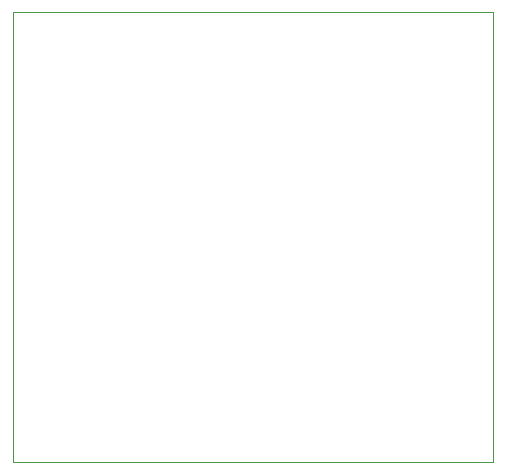
<source format=gbr>
G04 #@! TF.GenerationSoftware,KiCad,Pcbnew,7.0.10*
G04 #@! TF.CreationDate,2024-04-04T22:49:01-05:00*
G04 #@! TF.ProjectId,adapter,61646170-7465-4722-9e6b-696361645f70,rev?*
G04 #@! TF.SameCoordinates,Original*
G04 #@! TF.FileFunction,Profile,NP*
%FSLAX46Y46*%
G04 Gerber Fmt 4.6, Leading zero omitted, Abs format (unit mm)*
G04 Created by KiCad (PCBNEW 7.0.10) date 2024-04-04 22:49:01*
%MOMM*%
%LPD*%
G01*
G04 APERTURE LIST*
G04 #@! TA.AperFunction,Profile*
%ADD10C,0.100000*%
G04 #@! TD*
G04 APERTURE END LIST*
D10*
X147320000Y-71120000D02*
X187960000Y-71120000D01*
X187960000Y-109220000D01*
X147320000Y-109220000D01*
X147320000Y-71120000D01*
M02*

</source>
